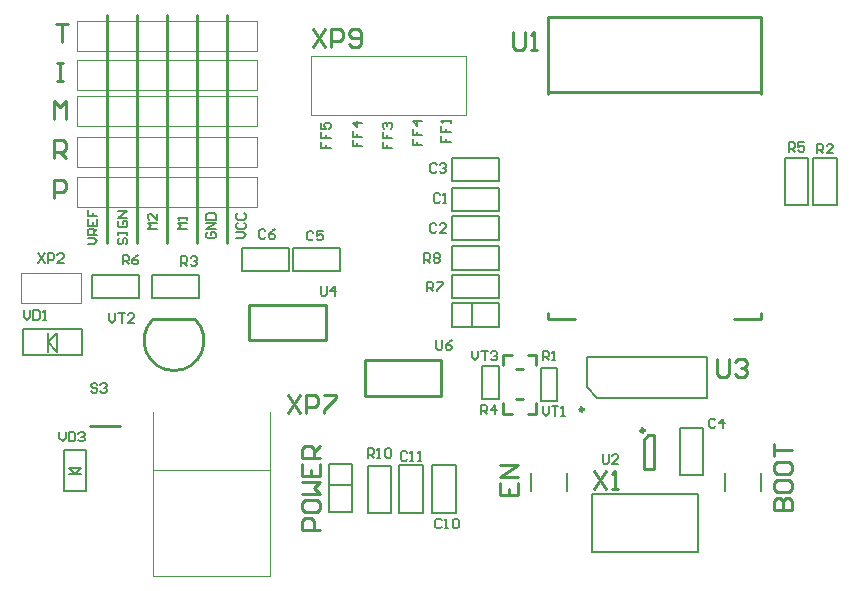
<source format=gto>
G04*
G04 #@! TF.GenerationSoftware,Altium Limited,Altium Designer,21.8.1 (53)*
G04*
G04 Layer_Color=65535*
%FSLAX44Y44*%
%MOMM*%
G71*
G04*
G04 #@! TF.SameCoordinates,C4D929B5-7D41-4403-8FE4-D3E0D308529A*
G04*
G04*
G04 #@! TF.FilePolarity,Positive*
G04*
G01*
G75*
%ADD10C,0.2540*%
%ADD11C,0.3000*%
%ADD12C,0.1000*%
%ADD13C,0.2000*%
%ADD14C,0.1500*%
D10*
X520519Y879020D02*
G03*
X556441Y879020I17960J-17960D01*
G01*
X855290Y879820D02*
X877790D01*
X855290D02*
Y884820D01*
Y1071720D02*
X1035290D01*
Y1069820D02*
Y1134820D01*
X855290D02*
X1035290D01*
X855290Y1069820D02*
Y1134820D01*
X1035290Y879820D02*
Y884820D01*
X1012790Y879820D02*
X1035290D01*
X520520Y879020D02*
X556440D01*
X936070Y752080D02*
X945070D01*
Y781080D01*
X936070Y752080D02*
Y777080D01*
X940070Y781080D01*
X945070D01*
X602000Y891300D02*
X667000D01*
Y861300D02*
Y891300D01*
X602000Y861300D02*
X667000D01*
X602000D02*
Y891300D01*
X699790Y844310D02*
X764790D01*
Y814310D02*
Y844310D01*
X699790Y814310D02*
X764790D01*
X699790D02*
Y844310D01*
X817240Y849120D02*
X824240D01*
X817240Y840120D02*
Y849120D01*
X828240Y837120D02*
X834240D01*
X845240Y840120D02*
Y849120D01*
X838240D02*
X845240D01*
X467360Y788670D02*
X492760D01*
X817240Y799340D02*
X824240D01*
X817240D02*
Y808340D01*
X828240Y811340D02*
X834240D01*
X845240Y799340D02*
Y808340D01*
X838240Y799340D02*
X845240D01*
X582930Y943610D02*
Y1136650D01*
X557530Y943610D02*
Y1136650D01*
X532130Y943610D02*
Y1136650D01*
X506730Y943610D02*
Y1136650D01*
X481330Y943610D02*
Y1136650D01*
X635007Y815338D02*
X645163Y800102D01*
Y815338D02*
X635007Y800102D01*
X650242D02*
Y815338D01*
X657859D01*
X660398Y812798D01*
Y807720D01*
X657859Y805181D01*
X650242D01*
X665477Y815338D02*
X675633D01*
Y812798D01*
X665477Y802642D01*
Y800102D01*
X894083Y750567D02*
X904240Y735332D01*
Y750567D02*
X894083Y735332D01*
X909318D02*
X914397D01*
X911858D01*
Y750567D01*
X909318Y748028D01*
X825373Y1122548D02*
Y1109852D01*
X827912Y1107312D01*
X832991D01*
X835530Y1109852D01*
Y1122548D01*
X840608Y1107312D02*
X845687D01*
X843148D01*
Y1122548D01*
X840608Y1120008D01*
X656082Y1125215D02*
X666239Y1109980D01*
Y1125215D02*
X656082Y1109980D01*
X671317D02*
Y1125215D01*
X678935D01*
X681474Y1122676D01*
Y1117598D01*
X678935Y1115058D01*
X671317D01*
X686552Y1112519D02*
X689091Y1109980D01*
X694170D01*
X696709Y1112519D01*
Y1122676D01*
X694170Y1125215D01*
X689091D01*
X686552Y1122676D01*
Y1120137D01*
X689091Y1117598D01*
X696709D01*
X436880Y981710D02*
Y996945D01*
X444497D01*
X447037Y994406D01*
Y989327D01*
X444497Y986788D01*
X436880D01*
Y1016000D02*
Y1031235D01*
X444497D01*
X447037Y1028696D01*
Y1023617D01*
X444497Y1021078D01*
X436880D01*
X441958D02*
X447037Y1016000D01*
X436880Y1049020D02*
Y1064255D01*
X441958Y1059177D01*
X447037Y1064255D01*
Y1049020D01*
X439420Y1096005D02*
X444498D01*
X441959D01*
Y1080770D01*
X439420D01*
X444498D01*
X438150Y1129025D02*
X448307D01*
X443228D01*
Y1113790D01*
X998274Y845378D02*
Y832682D01*
X1000813Y830143D01*
X1005892D01*
X1008431Y832682D01*
Y845378D01*
X1013509Y842838D02*
X1016048Y845378D01*
X1021127D01*
X1023666Y842838D01*
Y840299D01*
X1021127Y837760D01*
X1018587D01*
X1021127D01*
X1023666Y835221D01*
Y832682D01*
X1021127Y830143D01*
X1016048D01*
X1013509Y832682D01*
X661667Y700732D02*
X646432D01*
Y708349D01*
X648972Y710888D01*
X654050D01*
X656589Y708349D01*
Y700732D01*
X646432Y723584D02*
Y718506D01*
X648972Y715966D01*
X659128D01*
X661667Y718506D01*
Y723584D01*
X659128Y726123D01*
X648972D01*
X646432Y723584D01*
Y731202D02*
X661667D01*
X656589Y736280D01*
X661667Y741358D01*
X646432D01*
Y756593D02*
Y746437D01*
X661667D01*
Y756593D01*
X654050Y746437D02*
Y751515D01*
X661667Y761672D02*
X646432D01*
Y769289D01*
X648972Y771829D01*
X654050D01*
X656589Y769289D01*
Y761672D01*
Y766750D02*
X661667Y771829D01*
X1046482Y717559D02*
X1061718D01*
Y725177D01*
X1059178Y727716D01*
X1056639D01*
X1054100Y725177D01*
Y717559D01*
Y725177D01*
X1051561Y727716D01*
X1049022D01*
X1046482Y725177D01*
Y717559D01*
Y740412D02*
Y735333D01*
X1049022Y732794D01*
X1059178D01*
X1061718Y735333D01*
Y740412D01*
X1059178Y742951D01*
X1049022D01*
X1046482Y740412D01*
Y755647D02*
Y750568D01*
X1049022Y748029D01*
X1059178D01*
X1061718Y750568D01*
Y755647D01*
X1059178Y758186D01*
X1049022D01*
X1046482Y755647D01*
Y763264D02*
Y773421D01*
Y768343D01*
X1061718D01*
X814072Y740411D02*
Y730254D01*
X829307D01*
Y740411D01*
X821690Y730254D02*
Y735332D01*
X829307Y745489D02*
X814072D01*
X829307Y755646D01*
X814072D01*
D11*
X885080Y802890D02*
G03*
X885080Y802890I-1500J0D01*
G01*
X936570Y785080D02*
G03*
X936570Y785080I-1500J0D01*
G01*
D12*
X520340Y661540D02*
X619340D01*
X520340D02*
Y801040D01*
X619340Y661540D02*
Y801040D01*
X520340Y751540D02*
X619340D01*
X654090Y1051960D02*
X786090D01*
X654090D02*
Y1101960D01*
X786090D01*
Y1051960D02*
Y1101960D01*
X455930Y999490D02*
X608330D01*
X455930Y974090D02*
Y999490D01*
Y974090D02*
X608330D01*
Y999490D01*
X455930Y1033780D02*
X608330D01*
X455930Y1008380D02*
Y1033780D01*
Y1008380D02*
X608330D01*
Y1033780D01*
X455930Y1068070D02*
X608330D01*
X455930Y1042670D02*
Y1068070D01*
Y1042670D02*
X608330D01*
Y1068070D01*
X408940Y892810D02*
Y918210D01*
X459740D01*
Y892810D02*
Y918210D01*
X408940Y892810D02*
X459740D01*
X455930Y1098550D02*
X608330D01*
X455930Y1073150D02*
Y1098550D01*
Y1073150D02*
X608330D01*
Y1098550D01*
X455930Y1131570D02*
X608330D01*
X455930Y1106170D02*
Y1131570D01*
Y1106170D02*
X608330D01*
Y1131570D01*
D13*
X892190Y682190D02*
X982190D01*
X892190D02*
Y731440D01*
X982190Y682190D02*
Y731440D01*
X892190D02*
X982190D01*
X773680Y946310D02*
X813680D01*
X773680D02*
Y966310D01*
X813680Y946310D02*
Y966310D01*
X773680D02*
X813680D01*
X790930Y872650D02*
Y892650D01*
X773680D02*
X813680D01*
Y872650D02*
Y892650D01*
X773680Y872650D02*
X813680D01*
X773680D02*
Y892650D01*
X887730Y832815D02*
Y847640D01*
X989330D01*
Y812640D02*
Y847640D01*
X896830Y812640D02*
X989330D01*
X887730Y821740D02*
X896830Y812640D01*
X887730Y821740D02*
Y832390D01*
X773680Y920910D02*
X813680D01*
X773680D02*
Y940910D01*
X813680Y920910D02*
Y940910D01*
X773680D02*
X813680D01*
X595880Y939640D02*
X635880D01*
Y919640D02*
Y939640D01*
X595880Y919640D02*
Y939640D01*
Y919640D02*
X635880D01*
X639200D02*
X679200D01*
X639200D02*
Y939640D01*
X679200Y919640D02*
Y939640D01*
X639200D02*
X679200D01*
X749140Y715400D02*
Y755400D01*
X729140Y715400D02*
X749140D01*
X729140Y755400D02*
X749140D01*
X729140Y715400D02*
Y755400D01*
X757080Y715400D02*
Y755400D01*
X777080D01*
X757080Y715400D02*
X777080D01*
Y755400D01*
X669450Y739100D02*
X689450D01*
Y716350D02*
Y756350D01*
X669450Y716350D02*
X689450D01*
X669450D02*
Y756350D01*
X689450D01*
X449580Y748030D02*
X459740D01*
X454660D02*
X459740Y753110D01*
X449580D02*
X454660Y748030D01*
X449580Y753110D02*
X459740D01*
X463660Y733840D02*
Y768840D01*
X445660Y733840D02*
X463660D01*
X445660D02*
Y768840D01*
X463660D01*
X1004570Y734060D02*
Y749300D01*
X1035050Y734060D02*
Y749300D01*
X840740Y734060D02*
Y749300D01*
X871220Y734060D02*
Y749300D01*
X773680Y896780D02*
X813680D01*
X773680D02*
Y916780D01*
X813680Y896780D02*
Y916780D01*
X773680D02*
X813680D01*
X773750Y995840D02*
X813750D01*
X773750D02*
Y1015840D01*
X813750Y995840D02*
Y1015840D01*
X773750D02*
X813750D01*
X966630Y747080D02*
Y787080D01*
X986630D01*
X966630Y747080D02*
X986630D01*
Y787080D01*
X773750Y990440D02*
X813750D01*
Y970440D02*
Y990440D01*
X773750Y970440D02*
Y990440D01*
Y970440D02*
X813750D01*
X722470Y715330D02*
Y755330D01*
X702470Y715330D02*
X722470D01*
X702470Y755330D02*
X722470D01*
X702470Y715330D02*
Y755330D01*
X432140Y859790D02*
X439390Y867790D01*
Y851790D02*
Y867790D01*
X432140Y859790D02*
X439390Y851790D01*
X410390Y848790D02*
X460390D01*
X410390D02*
Y870790D01*
X460390D01*
Y848790D02*
Y870790D01*
X432140Y851790D02*
Y867790D01*
X813450Y811500D02*
Y839500D01*
X799450D02*
X813450D01*
X799450Y811500D02*
X813450D01*
X799450D02*
Y839500D01*
X848981Y809751D02*
Y837750D01*
Y809751D02*
X862981D01*
X848981Y837750D02*
X862981D01*
Y809751D02*
Y837750D01*
X468950Y916780D02*
X508950D01*
Y896780D02*
Y916780D01*
X468950Y896780D02*
Y916780D01*
Y896780D02*
X508950D01*
X1055530Y975680D02*
Y1015680D01*
X1075530D01*
X1055530Y975680D02*
X1075530D01*
Y1015680D01*
X519820Y896780D02*
X559820D01*
X519820D02*
Y916780D01*
X559820Y896780D02*
Y916780D01*
X519820D02*
X559820D01*
X1079660Y975680D02*
Y1015680D01*
X1099660D01*
X1079660Y975680D02*
X1099660D01*
Y1015680D01*
X689773Y1030952D02*
Y1025620D01*
X693771D01*
Y1028286D01*
Y1025620D01*
X697770D01*
X689773Y1038949D02*
Y1033617D01*
X693771D01*
Y1036283D01*
Y1033617D01*
X697770D01*
Y1045614D02*
X689773D01*
X693771Y1041615D01*
Y1046946D01*
X663103Y1029682D02*
Y1024350D01*
X667101D01*
Y1027016D01*
Y1024350D01*
X671100D01*
X663103Y1037679D02*
Y1032347D01*
X667101D01*
Y1035013D01*
Y1032347D01*
X671100D01*
X663103Y1045676D02*
Y1040345D01*
X667101D01*
X665768Y1043011D01*
Y1044344D01*
X667101Y1045676D01*
X669767D01*
X671100Y1044344D01*
Y1041678D01*
X669767Y1040345D01*
X715173Y1029682D02*
Y1024350D01*
X719171D01*
Y1027016D01*
Y1024350D01*
X723170D01*
X715173Y1037679D02*
Y1032347D01*
X719171D01*
Y1035013D01*
Y1032347D01*
X723170D01*
X716506Y1040345D02*
X715173Y1041678D01*
Y1044344D01*
X716506Y1045676D01*
X717838D01*
X719171Y1044344D01*
Y1043011D01*
Y1044344D01*
X720504Y1045676D01*
X721837D01*
X723170Y1044344D01*
Y1041678D01*
X721837Y1040345D01*
X740573Y1032222D02*
Y1026890D01*
X744571D01*
Y1029556D01*
Y1026890D01*
X748570D01*
X740573Y1040219D02*
Y1034887D01*
X744571D01*
Y1037553D01*
Y1034887D01*
X748570D01*
Y1046884D02*
X740573D01*
X744571Y1042885D01*
Y1048216D01*
X764703Y1034762D02*
Y1029430D01*
X768701D01*
Y1032096D01*
Y1029430D01*
X772700D01*
X764703Y1042759D02*
Y1037427D01*
X768701D01*
Y1040093D01*
Y1037427D01*
X772700D01*
Y1045425D02*
Y1048091D01*
Y1046758D01*
X764703D01*
X766036Y1045425D01*
X483367Y884109D02*
Y878777D01*
X486033Y876111D01*
X488698Y878777D01*
Y884109D01*
X491364D02*
X496696D01*
X494030D01*
Y876111D01*
X504693D02*
X499362D01*
X504693Y881443D01*
Y882776D01*
X503360Y884109D01*
X500695D01*
X499362Y882776D01*
X662626Y906969D02*
Y900304D01*
X663958Y898971D01*
X666624D01*
X667957Y900304D01*
Y906969D01*
X674622Y898971D02*
Y906969D01*
X670623Y902970D01*
X675955D01*
X901385Y764729D02*
Y758064D01*
X902718Y756731D01*
X905384D01*
X906717Y758064D01*
Y764729D01*
X914715Y756731D02*
X909383D01*
X914715Y762063D01*
Y763396D01*
X913382Y764729D01*
X910716D01*
X909383Y763396D01*
X615847Y953976D02*
X614474Y955349D01*
X611729D01*
X610356Y953976D01*
Y948484D01*
X611729Y947111D01*
X614474D01*
X615847Y948484D01*
X624085Y955349D02*
X621339Y953976D01*
X618593Y951230D01*
Y948484D01*
X619966Y947111D01*
X622712D01*
X624085Y948484D01*
Y949857D01*
X622712Y951230D01*
X618593D01*
X656527Y952626D02*
X655194Y953959D01*
X652528D01*
X651196Y952626D01*
Y947294D01*
X652528Y945961D01*
X655194D01*
X656527Y947294D01*
X664525Y953959D02*
X659193D01*
Y949960D01*
X661859Y951293D01*
X663192D01*
X664525Y949960D01*
Y947294D01*
X663192Y945961D01*
X660526D01*
X659193Y947294D01*
X702473Y761811D02*
Y769809D01*
X706472D01*
X707805Y768476D01*
Y765810D01*
X706472Y764477D01*
X702473D01*
X705139D02*
X707805Y761811D01*
X710471D02*
X713136D01*
X711804D01*
Y769809D01*
X710471Y768476D01*
X717135D02*
X718468Y769809D01*
X721134D01*
X722467Y768476D01*
Y763144D01*
X721134Y761811D01*
X718468D01*
X717135Y763144D01*
Y768476D01*
X423677Y934909D02*
X429008Y926911D01*
Y934909D02*
X423677Y926911D01*
X431674D02*
Y934909D01*
X435673D01*
X437006Y933576D01*
Y930910D01*
X435673Y929577D01*
X431674D01*
X445003Y926911D02*
X439672D01*
X445003Y932243D01*
Y933576D01*
X443670Y934909D01*
X441004D01*
X439672Y933576D01*
X790707Y852359D02*
Y847027D01*
X793373Y844361D01*
X796038Y847027D01*
Y852359D01*
X798704D02*
X804036D01*
X801370D01*
Y844361D01*
X806702Y851026D02*
X808035Y852359D01*
X810700D01*
X812033Y851026D01*
Y849693D01*
X810700Y848360D01*
X809367D01*
X810700D01*
X812033Y847027D01*
Y845694D01*
X810700Y844361D01*
X808035D01*
X806702Y845694D01*
X850460Y805369D02*
Y800037D01*
X853126Y797371D01*
X855791Y800037D01*
Y805369D01*
X858457D02*
X863789D01*
X861123D01*
Y797371D01*
X866454D02*
X869120D01*
X867787D01*
Y805369D01*
X866454Y804036D01*
X441457Y783779D02*
Y778447D01*
X444123Y775781D01*
X446788Y778447D01*
Y783779D01*
X449454D02*
Y775781D01*
X453453D01*
X454786Y777114D01*
Y782446D01*
X453453Y783779D01*
X449454D01*
X457452Y782446D02*
X458784Y783779D01*
X461450D01*
X462783Y782446D01*
Y781113D01*
X461450Y779780D01*
X460117D01*
X461450D01*
X462783Y778447D01*
Y777114D01*
X461450Y775781D01*
X458784D01*
X457452Y777114D01*
X411480Y886837D02*
Y881506D01*
X414146Y878840D01*
X416812Y881506D01*
Y886837D01*
X419477D02*
Y878840D01*
X423476D01*
X424809Y880173D01*
Y885505D01*
X423476Y886837D01*
X419477D01*
X427475Y878840D02*
X430141D01*
X428808D01*
Y886837D01*
X427475Y885505D01*
X760415Y861249D02*
Y854584D01*
X761748Y853251D01*
X764414D01*
X765747Y854584D01*
Y861249D01*
X773745D02*
X771079Y859916D01*
X768413Y857250D01*
Y854584D01*
X769746Y853251D01*
X772412D01*
X773745Y854584D01*
Y855917D01*
X772412Y857250D01*
X768413D01*
X473454Y823783D02*
X472121Y825115D01*
X469455D01*
X468122Y823783D01*
Y822450D01*
X469455Y821117D01*
X472121D01*
X473454Y819784D01*
Y818451D01*
X472121Y817118D01*
X469455D01*
X468122Y818451D01*
X476119Y823783D02*
X477452Y825115D01*
X480118D01*
X481451Y823783D01*
Y822450D01*
X480118Y821117D01*
X478785D01*
X480118D01*
X481451Y819784D01*
Y818451D01*
X480118Y817118D01*
X477452D01*
X476119Y818451D01*
X798515Y798641D02*
Y806639D01*
X802514D01*
X803847Y805306D01*
Y802640D01*
X802514Y801307D01*
X798515D01*
X801181D02*
X803847Y798641D01*
X810512D02*
Y806639D01*
X806513Y802640D01*
X811844D01*
X850648Y844361D02*
Y852359D01*
X854647D01*
X855980Y851026D01*
Y848360D01*
X854647Y847027D01*
X850648D01*
X853314D02*
X855980Y844361D01*
X858646D02*
X861312D01*
X859979D01*
Y852359D01*
X858646Y851026D01*
X750256Y926911D02*
Y934909D01*
X754254D01*
X755587Y933576D01*
Y930910D01*
X754254Y929577D01*
X750256D01*
X752921D02*
X755587Y926911D01*
X758253Y933576D02*
X759586Y934909D01*
X762252D01*
X763585Y933576D01*
Y932243D01*
X762252Y930910D01*
X763585Y929577D01*
Y928244D01*
X762252Y926911D01*
X759586D01*
X758253Y928244D01*
Y929577D01*
X759586Y930910D01*
X758253Y932243D01*
Y933576D01*
X759586Y930910D02*
X762252D01*
X752795Y902781D02*
Y910779D01*
X756794D01*
X758127Y909446D01*
Y906780D01*
X756794Y905447D01*
X752795D01*
X755461D02*
X758127Y902781D01*
X760793Y910779D02*
X766124D01*
Y909446D01*
X760793Y904114D01*
Y902781D01*
X495056Y925641D02*
Y933639D01*
X499054D01*
X500387Y932306D01*
Y929640D01*
X499054Y928307D01*
X495056D01*
X497721D02*
X500387Y925641D01*
X508385Y933639D02*
X505719Y932306D01*
X503053Y929640D01*
Y926974D01*
X504386Y925641D01*
X507052D01*
X508385Y926974D01*
Y928307D01*
X507052Y929640D01*
X503053D01*
X1058866Y1020891D02*
Y1028889D01*
X1062864D01*
X1064197Y1027556D01*
Y1024890D01*
X1062864Y1023557D01*
X1058866D01*
X1061531D02*
X1064197Y1020891D01*
X1072195Y1028889D02*
X1066863D01*
Y1024890D01*
X1069529Y1026223D01*
X1070862D01*
X1072195Y1024890D01*
Y1022224D01*
X1070862Y1020891D01*
X1068196D01*
X1066863Y1022224D01*
X544515Y924371D02*
Y932369D01*
X548514D01*
X549847Y931036D01*
Y928370D01*
X548514Y927037D01*
X544515D01*
X547181D02*
X549847Y924371D01*
X552513Y931036D02*
X553846Y932369D01*
X556512D01*
X557845Y931036D01*
Y929703D01*
X556512Y928370D01*
X555179D01*
X556512D01*
X557845Y927037D01*
Y925704D01*
X556512Y924371D01*
X553846D01*
X552513Y925704D01*
X1082996Y1019621D02*
Y1027619D01*
X1086994D01*
X1088327Y1026286D01*
Y1023620D01*
X1086994Y1022287D01*
X1082996D01*
X1085661D02*
X1088327Y1019621D01*
X1096324D02*
X1090993D01*
X1096324Y1024953D01*
Y1026286D01*
X1094992Y1027619D01*
X1092326D01*
X1090993Y1026286D01*
X735808Y766006D02*
X734475Y767339D01*
X731809D01*
X730476Y766006D01*
Y760674D01*
X731809Y759341D01*
X734475D01*
X735808Y760674D01*
X738474Y759341D02*
X741139D01*
X739807D01*
Y767339D01*
X738474Y766006D01*
X745138Y759341D02*
X747804D01*
X746471D01*
Y767339D01*
X745138Y766006D01*
X764955Y708856D02*
X763622Y710189D01*
X760956D01*
X759623Y708856D01*
Y703524D01*
X760956Y702191D01*
X763622D01*
X764955Y703524D01*
X767621Y702191D02*
X770286D01*
X768954D01*
Y710189D01*
X767621Y708856D01*
X774285D02*
X775618Y710189D01*
X778284D01*
X779617Y708856D01*
Y703524D01*
X778284Y702191D01*
X775618D01*
X774285Y703524D01*
Y708856D01*
X760737Y1009776D02*
X759404Y1011109D01*
X756738D01*
X755406Y1009776D01*
Y1004444D01*
X756738Y1003111D01*
X759404D01*
X760737Y1004444D01*
X763403Y1009776D02*
X764736Y1011109D01*
X767402D01*
X768735Y1009776D01*
Y1008443D01*
X767402Y1007110D01*
X766069D01*
X767402D01*
X768735Y1005777D01*
Y1004444D01*
X767402Y1003111D01*
X764736D01*
X763403Y1004444D01*
X996887Y793806D02*
X995554Y795138D01*
X992888D01*
X991555Y793806D01*
Y788474D01*
X992888Y787141D01*
X995554D01*
X996887Y788474D01*
X1003552Y787141D02*
Y795138D01*
X999553Y791140D01*
X1004884D01*
X760667Y958976D02*
X759334Y960309D01*
X756668D01*
X755335Y958976D01*
Y953644D01*
X756668Y952311D01*
X759334D01*
X760667Y953644D01*
X768664Y952311D02*
X763333D01*
X768664Y957643D01*
Y958976D01*
X767332Y960309D01*
X764666D01*
X763333Y958976D01*
X763801Y984375D02*
X762468Y985708D01*
X759802D01*
X758469Y984375D01*
Y979043D01*
X759802Y977710D01*
X762468D01*
X763801Y979043D01*
X766466Y977710D02*
X769132D01*
X767799D01*
Y985708D01*
X766466Y984375D01*
D14*
X591213Y947650D02*
X596544D01*
X599210Y950316D01*
X596544Y952982D01*
X591213D01*
X592546Y960979D02*
X591213Y959646D01*
Y956980D01*
X592546Y955647D01*
X597877D01*
X599210Y956980D01*
Y959646D01*
X597877Y960979D01*
X592546Y968976D02*
X591213Y967644D01*
Y964978D01*
X592546Y963645D01*
X597877D01*
X599210Y964978D01*
Y967644D01*
X597877Y968976D01*
X567146Y952982D02*
X565813Y951649D01*
Y948983D01*
X567146Y947650D01*
X572477D01*
X573810Y948983D01*
Y951649D01*
X572477Y952982D01*
X569811D01*
Y950316D01*
X573810Y955647D02*
X565813D01*
X573810Y960979D01*
X565813D01*
Y963645D02*
X573810D01*
Y967644D01*
X572477Y968976D01*
X567146D01*
X565813Y967644D01*
Y963645D01*
X549680Y955270D02*
X541683D01*
X544348Y957936D01*
X541683Y960602D01*
X549680D01*
Y963267D02*
Y965933D01*
Y964600D01*
X541683D01*
X543016Y963267D01*
X524280Y955270D02*
X516283D01*
X518948Y957936D01*
X516283Y960602D01*
X524280D01*
Y968599D02*
Y963267D01*
X518948Y968599D01*
X517616D01*
X516283Y967266D01*
Y964600D01*
X517616Y963267D01*
X492215Y947902D02*
X490883Y946569D01*
Y943903D01*
X492215Y942570D01*
X493548D01*
X494881Y943903D01*
Y946569D01*
X496214Y947902D01*
X497547D01*
X498880Y946569D01*
Y943903D01*
X497547Y942570D01*
X490883Y950567D02*
Y953233D01*
Y951900D01*
X498880D01*
Y950567D01*
Y953233D01*
X492215Y962563D02*
X490883Y961231D01*
Y958565D01*
X492215Y957232D01*
X497547D01*
X498880Y958565D01*
Y961231D01*
X497547Y962563D01*
X494881D01*
Y959898D01*
X498880Y965229D02*
X490883D01*
X498880Y970561D01*
X490883D01*
X465483Y942570D02*
X470814D01*
X473480Y945236D01*
X470814Y947902D01*
X465483D01*
X473480Y950567D02*
X465483D01*
Y954566D01*
X466815Y955899D01*
X469481D01*
X470814Y954566D01*
Y950567D01*
Y953233D02*
X473480Y955899D01*
X465483Y963896D02*
Y958565D01*
X473480D01*
Y963896D01*
X469481Y958565D02*
Y961231D01*
X465483Y971894D02*
Y966562D01*
X469481D01*
Y969228D01*
Y966562D01*
X473480D01*
M02*

</source>
